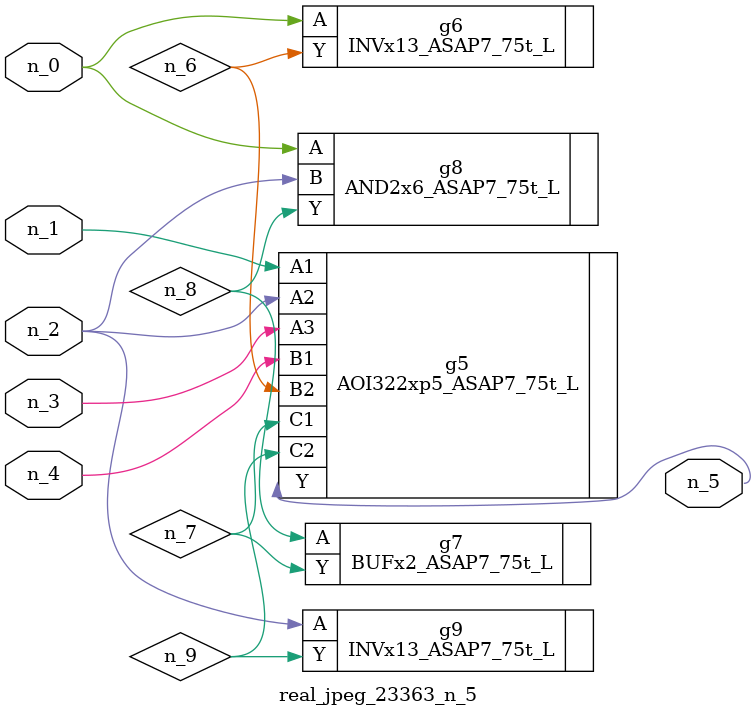
<source format=v>
module real_jpeg_23363_n_5 (n_4, n_0, n_1, n_2, n_3, n_5);

input n_4;
input n_0;
input n_1;
input n_2;
input n_3;

output n_5;

wire n_8;
wire n_6;
wire n_7;
wire n_9;

INVx13_ASAP7_75t_L g6 ( 
.A(n_0),
.Y(n_6)
);

AND2x6_ASAP7_75t_L g8 ( 
.A(n_0),
.B(n_2),
.Y(n_8)
);

AOI322xp5_ASAP7_75t_L g5 ( 
.A1(n_1),
.A2(n_2),
.A3(n_3),
.B1(n_4),
.B2(n_6),
.C1(n_7),
.C2(n_9),
.Y(n_5)
);

INVx13_ASAP7_75t_L g9 ( 
.A(n_2),
.Y(n_9)
);

BUFx2_ASAP7_75t_L g7 ( 
.A(n_8),
.Y(n_7)
);


endmodule
</source>
